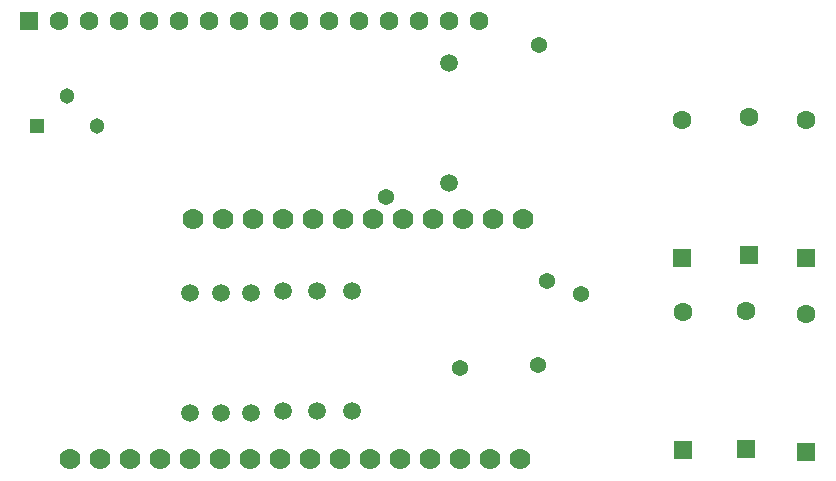
<source format=gbs>
%FSTAX23Y23*%
%MOIN*%
%SFA1B1*%

%IPPOS*%
%ADD15R,0.051240X0.051240*%
%ADD16C,0.051240*%
%ADD17R,0.063060X0.063060*%
%ADD18C,0.063060*%
%ADD19C,0.059120*%
%ADD20R,0.063060X0.063060*%
%ADD21C,0.070000*%
%ADD22C,0.054000*%
%LNadafruit_feather_m0_adalogger-1*%
%LPD*%
G54D15*
X0014Y0116D03*
G54D16*
X0034Y0116D03*
X0024Y0126D03*
G54D17*
X00115Y0151D03*
G54D18*
X00215Y0151D03*
X00315D03*
X00415D03*
X00515D03*
X00615D03*
X00715D03*
X00815D03*
X00915D03*
X01015D03*
X01115D03*
X01215D03*
X01315D03*
X01415D03*
X01515D03*
X01615D03*
X02295Y00539D03*
X02505Y00544D03*
X02705Y00534D03*
Y01179D03*
X02515Y01189D03*
X0229Y01179D03*
G54D19*
X01515Y0097D03*
Y0137D03*
X0119Y0061D03*
Y0021D03*
X01075Y0061D03*
Y0021D03*
X0096Y0061D03*
Y0021D03*
X00855Y00605D03*
Y00205D03*
X00755Y00605D03*
Y00205D03*
X0065Y00605D03*
Y00205D03*
G54D20*
X02295Y0008D03*
X02505Y00085D03*
X02705Y00075D03*
Y0072D03*
X02515Y0073D03*
X0229Y0072D03*
G54D21*
X0066Y0085D03*
X0076D03*
X0086D03*
X0096D03*
X0106D03*
X0116D03*
X0126D03*
X0136D03*
X0146D03*
X0156D03*
X0166D03*
X0176D03*
X0175Y0005D03*
X0165D03*
X0155D03*
X0145D03*
X0135D03*
X0125D03*
X0115D03*
X0105D03*
X0095D03*
X0085D03*
X0075D03*
X0065D03*
X0055D03*
X0045D03*
X0035D03*
X0025D03*
G54D22*
X0155Y00355D03*
X0184Y00645D03*
X01815Y0143D03*
X0181Y00365D03*
X01955Y006D03*
X01305Y00925D03*
M02*
</source>
